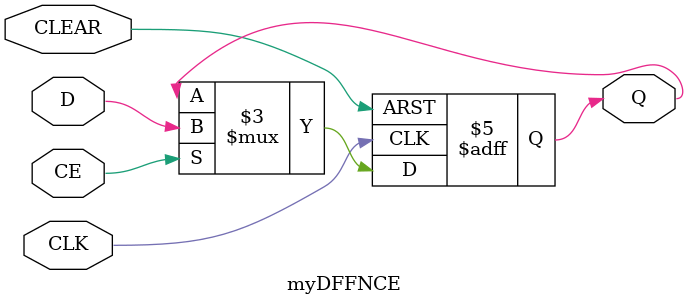
<source format=v>
module myDFF (output reg Q, input CLK, D);
	parameter [0:0] INIT = 1'b0;
	initial Q = INIT;
	always @(posedge CLK)
		Q <= D;
endmodule

module myDFFE (output reg Q, input D, CLK, CE);
	parameter [0:0] INIT = 1'b0;
	initial Q = INIT;
	always @(posedge CLK) begin
		if (CE)
			Q <= D;
	end
endmodule // DFFE (positive clock edge; clock enable)


module myDFFS (output reg Q, input D, CLK, SET);
	parameter [0:0] INIT = 1'b1;
	initial Q = INIT;
	always @(posedge CLK) begin
		if (SET)
			Q <= 1'b1;
		else
			Q <= D;
	end
endmodule // DFFS (positive clock edge; synchronous set)


module myDFFSE (output reg Q, input D, CLK, CE, SET);
	parameter [0:0] INIT = 1'b1;
	initial Q = INIT;
	always @(posedge CLK) begin
		if (SET)
			Q <= 1'b1;
		else if (CE)
			Q <= D;
end
endmodule // DFFSE (positive clock edge; synchronous set takes precedence over clock enable)


module myDFFR (output reg Q, input D, CLK, RESET);
	parameter [0:0] INIT = 1'b0;
	initial Q = INIT;
	always @(posedge CLK) begin
		if (RESET)
			Q <= 1'b0;
		else
			Q <= D;
	end
endmodule // DFFR (positive clock edge; synchronous reset)


module myDFFRE (output reg Q, input D, CLK, CE, RESET);
	parameter [0:0] INIT = 1'b0;
	initial Q = INIT;
	always @(posedge CLK) begin
		if (RESET)
			Q <= 1'b0;
		else if (CE)
			Q <= D;
	end
endmodule // DFFRE (positive clock edge; synchronous reset takes precedence over clock enable)


module myDFFP (output reg Q, input D, CLK, PRESET);
	parameter [0:0] INIT = 1'b1;
	initial Q = INIT;
	always @(posedge CLK or posedge PRESET) begin
		if(PRESET)
			Q <= 1'b1;
		else
			Q <= D;
	end
endmodule // DFFP (positive clock edge; asynchronous preset)


module myDFFPE (output reg Q, input D, CLK, CE, PRESET);
	parameter [0:0] INIT = 1'b1;
	initial Q = INIT;
	always @(posedge CLK or posedge PRESET) begin
		if(PRESET)
			Q <= 1'b1;
		else if (CE)
			Q <= D;
	end
endmodule // DFFPE (positive clock edge; asynchronous preset; clock enable)


module myDFFC (output reg Q, input D, CLK, CLEAR);
	parameter [0:0] INIT = 1'b0;
	initial Q = INIT;
	always @(posedge CLK or posedge CLEAR) begin
		if(CLEAR)
			Q <= 1'b0;
		else
			Q <= D;
	end
endmodule // DFFC (positive clock edge; asynchronous clear)


module myDFFCE (output reg Q, input D, CLK, CE, CLEAR);
	parameter [0:0] INIT = 1'b0;
	initial Q = INIT;
	always @(posedge CLK or posedge CLEAR) begin
		if(CLEAR)
			Q <= 1'b0;
		else if (CE)
			Q <= D;
	end
endmodule // DFFCE (positive clock edge; asynchronous clear; clock enable)


module myDFFN (output reg Q, input CLK, D);
	parameter [0:0] INIT = 1'b0;
	initial Q = INIT;
	always @(negedge CLK)
		Q <= D;
endmodule

module myDFFNE (output reg Q, input D, CLK, CE);
	parameter [0:0] INIT = 1'b0;
	initial Q = INIT;
	always @(negedge CLK) begin
		if (CE)
			Q <= D;
	end
endmodule // DFFNE (negative clock edge; clock enable)


module myDFFNS (output reg Q, input D, CLK, SET);
	parameter [0:0] INIT = 1'b1;
	initial Q = INIT;
	always @(negedge CLK) begin
		if (SET)
			Q <= 1'b1;
		else
			Q <= D;
	end
endmodule // DFFNS (negative clock edge; synchronous set)


module myDFFNSE (output reg Q, input D, CLK, CE, SET);
	parameter [0:0] INIT = 1'b1;
	initial Q = INIT;
	always @(negedge CLK) begin
		if (SET)
			Q <= 1'b1;
		else if (CE)
			Q <= D;
end
endmodule // DFFNSE (negative clock edge; synchronous set takes precedence over clock enable)


module myDFFNR (output reg Q, input D, CLK, RESET);
	parameter [0:0] INIT = 1'b0;
	initial Q = INIT;
	always @(negedge CLK) begin
		if (RESET)
			Q <= 1'b0;
		else
			Q <= D;
	end
endmodule // DFFNR (negative clock edge; synchronous reset)


module myDFFNRE (output reg Q, input D, CLK, CE, RESET);
	parameter [0:0] INIT = 1'b0;
	initial Q = INIT;
	always @(negedge CLK) begin
		if (RESET)
			Q <= 1'b0;
		else if (CE)
			Q <= D;
	end
endmodule // DFFNRE (negative clock edge; synchronous reset takes precedence over clock enable)


module myDFFNP (output reg Q, input D, CLK, PRESET);
	parameter [0:0] INIT = 1'b1;
	initial Q = INIT;
	always @(negedge CLK or posedge PRESET) begin
		if(PRESET)
			Q <= 1'b1;
		else
			Q <= D;
	end
endmodule // DFFNP (negative clock edge; asynchronous preset)


module myDFFNPE (output reg Q, input D, CLK, CE, PRESET);
	parameter [0:0] INIT = 1'b1;
	initial Q = INIT;
	always @(negedge CLK or posedge PRESET) begin
		if(PRESET)
			Q <= 1'b1;
		else if (CE)
			Q <= D;
	end
endmodule // DFFNPE (negative clock edge; asynchronous preset; clock enable)


module myDFFNC (output reg Q, input D, CLK, CLEAR);
	parameter [0:0] INIT = 1'b0;
	initial Q = INIT;
	always @(negedge CLK or posedge CLEAR) begin
		if(CLEAR)
			Q <= 1'b0;
		else
			Q <= D;
	end
endmodule // DFFNC (negative clock edge; asynchronous clear)


module myDFFNCE (output reg Q, input D, CLK, CE, CLEAR);
	parameter [0:0] INIT = 1'b0;
	initial Q = INIT;
	always @(negedge CLK or posedge CLEAR) begin
		if(CLEAR)
			Q <= 1'b0;
		else if (CE)
			Q <= D;
	end
endmodule // DFFNCE (negative clock edge; asynchronous clear; clock enable)

</source>
